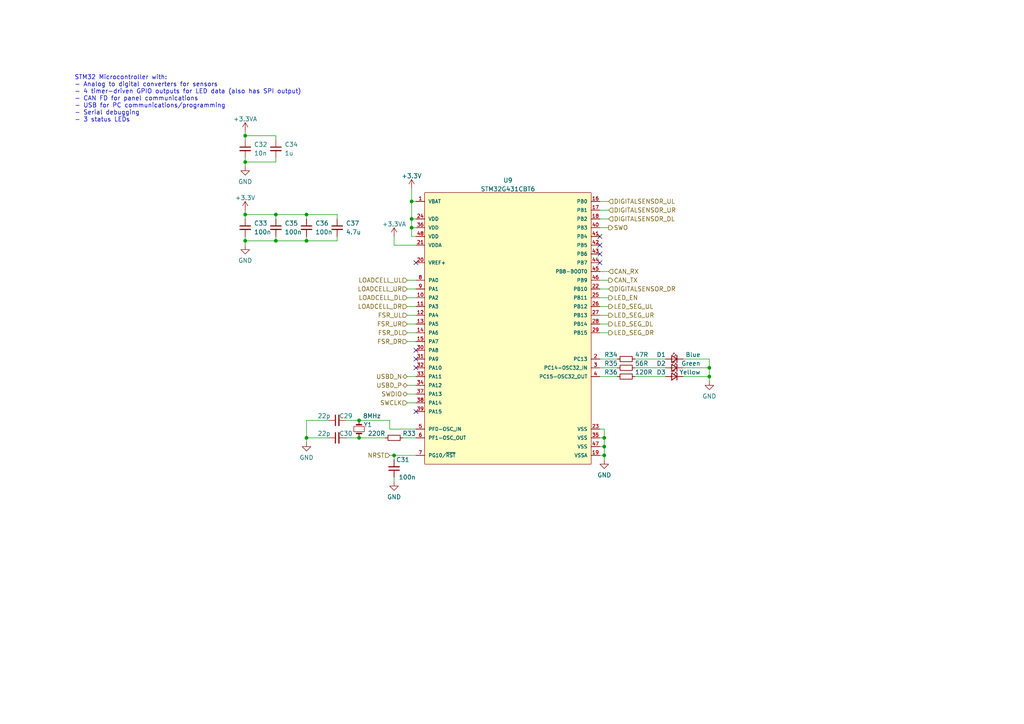
<source format=kicad_sch>
(kicad_sch (version 20211123) (generator eeschema)
  (paper "A4")
  (lib_symbols
    (symbol "Device:C_Small" (pin_numbers hide) (pin_names (offset 0.254) hide)
      (property "Reference" "C" (at 0.254 1.778 0))
      (property "Value" "C_Small" (at 0.254 -2.032 0))
      (symbol "C_Small_0_1"
        (polyline (pts (xy -1.524 -0.508) (xy 1.524 -0.508)) (stroke (width 0.3302)))
        (polyline (pts (xy -1.524 0.508) (xy 1.524 0.508)) (stroke (width 0.3048)))
      )
      (symbol "C_Small_1_1"
        (pin passive line (at 0 2.54 270) (length 2.032) (name "~") (number "1"))
        (pin passive line (at 0 -2.54 90) (length 2.032) (name "~") (number "2"))
      )
    )
    (symbol "Device:Crystal_Small" (pin_numbers hide) (pin_names (offset 1.016) hide)
      (property "Reference" "Y" (at 0 2.54 0))
      (property "Value" "Crystal_Small" (at 0 -2.54 0))
      (symbol "Crystal_Small_0_1"
        (rectangle (start -0.762 -1.524) (end 0.762 1.524))
        (polyline (pts (xy -1.27 -0.762) (xy -1.27 0.762)) (stroke (width 0.381)))
        (polyline (pts (xy 1.27 -0.762) (xy 1.27 0.762)) (stroke (width 0.381)))
      )
      (symbol "Crystal_Small_1_1"
        (pin passive line (at -2.54 0 0) (length 1.27) (name "1") (number "1"))
        (pin passive line (at 2.54 0 180) (length 1.27) (name "2") (number "2"))
      )
    )
    (symbol "Device:LED_Small" (pin_numbers hide) (pin_names (offset 0.254) hide)
      (property "Reference" "D" (at -1.27 3.175 0))
      (property "Value" "LED_Small" (at -4.445 -2.54 0))
      (symbol "LED_Small_0_1"
        (polyline (pts (xy -0.762 -1.016) (xy -0.762 1.016)) (stroke (width 0.254)))
        (polyline (pts (xy 1.016 0) (xy -0.762 0)))
        (polyline (pts (xy 0.762 -1.016) (xy -0.762 0) (xy 0.762 1.016) (xy 0.762 -1.016)) (stroke (width 0.254)))
        (polyline (pts (xy 0 0.762) (xy -0.508 1.27) (xy -0.254 1.27) (xy -0.508 1.27) (xy -0.508 1.016)))
        (polyline (pts (xy 0.508 1.27) (xy 0 1.778) (xy 0.254 1.778) (xy 0 1.778) (xy 0 1.524)))
      )
      (symbol "LED_Small_1_1"
        (pin passive line (at -2.54 0 0) (length 1.778) (name "K") (number "1"))
        (pin passive line (at 2.54 0 180) (length 1.778) (name "A") (number "2"))
      )
    )
    (symbol "Device:R_Small" (pin_numbers hide) (pin_names (offset 0.254) hide)
      (property "Reference" "R" (at 0.762 0.508 0))
      (property "Value" "R_Small" (at 0.762 -1.016 0))
      (symbol "R_Small_0_1"
        (rectangle (start -0.762 1.778) (end 0.762 -1.778) (stroke (width 0.2032)))
      )
      (symbol "R_Small_1_1"
        (pin passive line (at 0 2.54 270) (length 0.762) (name "~") (number "1"))
        (pin passive line (at 0 -2.54 90) (length 0.762) (name "~") (number "2"))
      )
    )
    (symbol "MCU:STM32G431CBT6" (pin_names (offset 1.016))
      (property "Reference" "U" (at 0 5.08 0))
      (property "Value" "STM32G431CBT6" (at 0 7.62 0))
      (symbol "STM32G431CBT6_1_1"
        (rectangle (start 5.08 2.54) (end 53.34 -76.2) (fill (type background)))
        (pin power_in line (at 2.54 0 0) (length 2.54) (name "VBAT") (number "1"))
        (pin bidirectional line (at 2.54 -27.94 0) (length 2.54) (name "PA2") (number "10"))
        (pin bidirectional line (at 2.54 -30.48 0) (length 2.54) (name "PA3") (number "11"))
        (pin bidirectional line (at 2.54 -33.02 0) (length 2.54) (name "PA4") (number "12"))
        (pin bidirectional line (at 2.54 -35.56 0) (length 2.54) (name "PA5") (number "13"))
        (pin bidirectional line (at 2.54 -38.1 0) (length 2.54) (name "PA6") (number "14"))
        (pin bidirectional line (at 2.54 -40.64 0) (length 2.54) (name "PA7") (number "15"))
        (pin bidirectional line (at 55.88 0 180) (length 2.54) (name "PB0") (number "16"))
        (pin bidirectional line (at 55.88 -2.54 180) (length 2.54) (name "PB1") (number "17"))
        (pin bidirectional line (at 55.88 -5.08 180) (length 2.54) (name "PB2") (number "18"))
        (pin power_in line (at 55.88 -73.66 180) (length 2.54) (name "VSSA") (number "19"))
        (pin bidirectional line (at 55.88 -45.72 180) (length 2.54) (name "PC13") (number "2"))
        (pin power_in line (at 2.54 -17.78 0) (length 2.54) (name "VREF+") (number "20"))
        (pin power_in line (at 2.54 -12.7 0) (length 2.54) (name "VDDA") (number "21"))
        (pin bidirectional line (at 55.88 -25.4 180) (length 2.54) (name "PB10") (number "22"))
        (pin power_in line (at 55.88 -66.04 180) (length 2.54) (name "VSS") (number "23"))
        (pin power_in line (at 2.54 -5.08 0) (length 2.54) (name "VDD") (number "24"))
        (pin bidirectional line (at 55.88 -27.94 180) (length 2.54) (name "PB11") (number "25"))
        (pin bidirectional line (at 55.88 -30.48 180) (length 2.54) (name "PB12") (number "26"))
        (pin bidirectional line (at 55.88 -33.02 180) (length 2.54) (name "PB13") (number "27"))
        (pin bidirectional line (at 55.88 -35.56 180) (length 2.54) (name "PB14") (number "28"))
        (pin bidirectional line (at 55.88 -38.1 180) (length 2.54) (name "PB15") (number "29"))
        (pin bidirectional line (at 55.88 -48.26 180) (length 2.54) (name "PC14-OSC32_IN") (number "3"))
        (pin bidirectional line (at 2.54 -43.18 0) (length 2.54) (name "PA8") (number "30"))
        (pin bidirectional line (at 2.54 -45.72 0) (length 2.54) (name "PA9") (number "31"))
        (pin bidirectional line (at 2.54 -48.26 0) (length 2.54) (name "PA10") (number "32"))
        (pin bidirectional line (at 2.54 -50.8 0) (length 2.54) (name "PA11") (number "33"))
        (pin bidirectional line (at 2.54 -53.34 0) (length 2.54) (name "PA12") (number "34"))
        (pin power_in line (at 55.88 -68.58 180) (length 2.54) (name "VSS") (number "35"))
        (pin power_in line (at 2.54 -7.62 0) (length 2.54) (name "VDD") (number "36"))
        (pin bidirectional line (at 2.54 -55.88 0) (length 2.54) (name "PA13") (number "37"))
        (pin bidirectional line (at 2.54 -58.42 0) (length 2.54) (name "PA14") (number "38"))
        (pin bidirectional line (at 2.54 -60.96 0) (length 2.54) (name "PA15") (number "39"))
        (pin bidirectional line (at 55.88 -50.8 180) (length 2.54) (name "PC15-OSC32_OUT") (number "4"))
        (pin bidirectional line (at 55.88 -7.62 180) (length 2.54) (name "PB3") (number "40"))
        (pin bidirectional line (at 55.88 -10.16 180) (length 2.54) (name "PB4") (number "41"))
        (pin bidirectional line (at 55.88 -12.7 180) (length 2.54) (name "PB5") (number "42"))
        (pin bidirectional line (at 55.88 -15.24 180) (length 2.54) (name "PB6") (number "43"))
        (pin bidirectional line (at 55.88 -17.78 180) (length 2.54) (name "PB7") (number "44"))
        (pin bidirectional line (at 55.88 -20.32 180) (length 2.54) (name "PB8-BOOT0") (number "45"))
        (pin bidirectional line (at 55.88 -22.86 180) (length 2.54) (name "PB9") (number "46"))
        (pin power_in line (at 55.88 -71.12 180) (length 2.54) (name "VSS") (number "47"))
        (pin power_in line (at 2.54 -10.16 0) (length 2.54) (name "VDD") (number "48"))
        (pin bidirectional line (at 2.54 -66.04 0) (length 2.54) (name "PF0-OSC_IN") (number "5"))
        (pin bidirectional line (at 2.54 -68.58 0) (length 2.54) (name "PF1-OSC_OUT") (number "6"))
        (pin bidirectional line (at 2.54 -73.66 0) (length 2.54) (name "PG10/~{RST}") (number "7"))
        (pin bidirectional line (at 2.54 -22.86 0) (length 2.54) (name "PA0") (number "8"))
        (pin bidirectional line (at 2.54 -25.4 0) (length 2.54) (name "PA1") (number "9"))
      )
    )
    (symbol "power:+3.3V" (power) (pin_numbers hide) (pin_names (offset 0) hide)
      (property "Value" "+3.3V" (at 0 3.556 0))
      (symbol "+3.3V_0_1"
        (polyline (pts (xy -0.762 1.27) (xy 0 2.54)))
        (polyline (pts (xy 0 0) (xy 0 2.54)))
        (polyline (pts (xy 0 2.54) (xy 0.762 1.27)))
      )
      (symbol "+3.3V_1_1"
        (pin power_in line (at 0 0 90) (length 0) hide (name "+3.3V") (number "1"))
      )
    )
    (symbol "power:+3.3VA" (power) (pin_numbers hide) (pin_names (offset 0) hide)
      (property "Value" "+3.3VA" (at 0 3.556 0))
      (symbol "+3.3VA_0_1"
        (polyline (pts (xy -0.762 1.27) (xy 0 2.54)))
        (polyline (pts (xy 0 0) (xy 0 2.54)))
        (polyline (pts (xy 0 2.54) (xy 0.762 1.27)))
      )
      (symbol "+3.3VA_1_1"
        (pin power_in line (at 0 0 90) (length 0) hide (name "+3.3VA") (number "1"))
      )
    )
    (symbol "power:GND" (power) (pin_numbers hide) (pin_names (offset 0) hide)
      (property "Value" "GND" (at 0 -3.81 0))
      (symbol "GND_0_1"
        (polyline (pts (xy 0 0) (xy 0 -1.27) (xy 1.27 -1.27) (xy 0 -2.54) (xy -1.27 -1.27) (xy 0 -1.27)))
      )
      (symbol "GND_1_1"
        (pin power_in line (at 0 0 270) (length 0) hide (name "GND") (number "1"))
      )
    )
  )
  (junction (at 88.9 62.23))
  (junction (at 104.14 127))
  (junction (at 88.9 69.85))
  (junction (at 71.12 69.85))
  (junction (at 80.01 69.85))
  (junction (at 114.3 132.08))
  (junction (at 175.26 127))
  (junction (at 205.74 106.68))
  (junction (at 175.26 132.08))
  (junction (at 88.9 127))
  (junction (at 71.12 46.99))
  (junction (at 175.26 129.54))
  (junction (at 71.12 39.37))
  (junction (at 80.01 62.23))
  (junction (at 119.38 66.04))
  (junction (at 104.14 121.92))
  (junction (at 119.38 58.42))
  (junction (at 205.74 109.22))
  (junction (at 71.12 62.23))
  (junction (at 119.38 63.5))
  (no_connect (at 120.65 119.38))
  (no_connect (at 173.99 73.66))
  (no_connect (at 173.99 76.2))
  (no_connect (at 173.99 71.12))
  (no_connect (at 173.99 68.58))
  (no_connect (at 120.65 101.6))
  (no_connect (at 120.65 104.14))
  (no_connect (at 120.65 106.68))
  (no_connect (at 120.65 76.2))
  (wire (pts (xy 119.38 63.5) (xy 119.38 66.04)))
  (wire (pts (xy 118.11 88.9) (xy 120.65 88.9)))
  (wire (pts (xy 176.53 81.28) (xy 173.99 81.28)))
  (wire (pts (xy 119.38 63.5) (xy 120.65 63.5)))
  (wire (pts (xy 88.9 127) (xy 88.9 128.27)))
  (wire (pts (xy 118.11 86.36) (xy 120.65 86.36)))
  (wire (pts (xy 173.99 96.52) (xy 176.53 96.52)))
  (wire (pts (xy 179.07 104.14) (xy 173.99 104.14)))
  (wire (pts (xy 118.11 91.44) (xy 120.65 91.44)))
  (wire (pts (xy 88.9 127) (xy 95.25 127)))
  (wire (pts (xy 119.38 58.42) (xy 120.65 58.42)))
  (wire (pts (xy 173.99 127) (xy 175.26 127)))
  (wire (pts (xy 71.12 38.1) (xy 71.12 39.37)))
  (wire (pts (xy 71.12 45.72) (xy 71.12 46.99)))
  (wire (pts (xy 71.12 60.96) (xy 71.12 62.23)))
  (wire (pts (xy 71.12 46.99) (xy 80.01 46.99)))
  (wire (pts (xy 104.14 121.92) (xy 113.03 121.92)))
  (wire (pts (xy 80.01 68.58) (xy 80.01 69.85)))
  (wire (pts (xy 118.11 96.52) (xy 120.65 96.52)))
  (wire (pts (xy 71.12 69.85) (xy 71.12 71.12)))
  (wire (pts (xy 175.26 133.35) (xy 175.26 132.08)))
  (wire (pts (xy 88.9 121.92) (xy 88.9 127)))
  (wire (pts (xy 193.04 106.68) (xy 184.15 106.68)))
  (wire (pts (xy 71.12 46.99) (xy 71.12 48.26)))
  (wire (pts (xy 119.38 54.61) (xy 119.38 58.42)))
  (wire (pts (xy 176.53 86.36) (xy 173.99 86.36)))
  (wire (pts (xy 113.03 121.92) (xy 113.03 124.46)))
  (wire (pts (xy 100.33 121.92) (xy 104.14 121.92)))
  (wire (pts (xy 114.3 132.08) (xy 120.65 132.08)))
  (wire (pts (xy 118.11 116.84) (xy 120.65 116.84)))
  (wire (pts (xy 80.01 39.37) (xy 71.12 39.37)))
  (wire (pts (xy 119.38 66.04) (xy 119.38 68.58)))
  (wire (pts (xy 205.74 106.68) (xy 198.12 106.68)))
  (wire (pts (xy 88.9 69.85) (xy 97.79 69.85)))
  (wire (pts (xy 97.79 68.58) (xy 97.79 69.85)))
  (wire (pts (xy 118.11 81.28) (xy 120.65 81.28)))
  (wire (pts (xy 119.38 58.42) (xy 119.38 63.5)))
  (wire (pts (xy 95.25 121.92) (xy 88.9 121.92)))
  (wire (pts (xy 80.01 62.23) (xy 88.9 62.23)))
  (wire (pts (xy 173.99 58.42) (xy 176.53 58.42)))
  (wire (pts (xy 205.74 104.14) (xy 205.74 106.68)))
  (wire (pts (xy 80.01 46.99) (xy 80.01 45.72)))
  (wire (pts (xy 80.01 69.85) (xy 88.9 69.85)))
  (wire (pts (xy 80.01 40.64) (xy 80.01 39.37)))
  (wire (pts (xy 118.11 83.82) (xy 120.65 83.82)))
  (wire (pts (xy 193.04 104.14) (xy 184.15 104.14)))
  (wire (pts (xy 88.9 62.23) (xy 97.79 62.23)))
  (wire (pts (xy 114.3 71.12) (xy 114.3 68.58)))
  (wire (pts (xy 176.53 93.98) (xy 173.99 93.98)))
  (wire (pts (xy 175.26 127) (xy 175.26 129.54)))
  (wire (pts (xy 80.01 62.23) (xy 80.01 63.5)))
  (wire (pts (xy 175.26 124.46) (xy 175.26 127)))
  (wire (pts (xy 71.12 62.23) (xy 80.01 62.23)))
  (wire (pts (xy 119.38 68.58) (xy 120.65 68.58)))
  (wire (pts (xy 88.9 68.58) (xy 88.9 69.85)))
  (wire (pts (xy 176.53 88.9) (xy 173.99 88.9)))
  (wire (pts (xy 120.65 71.12) (xy 114.3 71.12)))
  (wire (pts (xy 71.12 68.58) (xy 71.12 69.85)))
  (wire (pts (xy 88.9 62.23) (xy 88.9 63.5)))
  (wire (pts (xy 97.79 62.23) (xy 97.79 63.5)))
  (wire (pts (xy 71.12 63.5) (xy 71.12 62.23)))
  (wire (pts (xy 119.38 66.04) (xy 120.65 66.04)))
  (wire (pts (xy 179.07 109.22) (xy 173.99 109.22)))
  (wire (pts (xy 173.99 60.96) (xy 176.53 60.96)))
  (wire (pts (xy 205.74 109.22) (xy 205.74 110.49)))
  (wire (pts (xy 173.99 83.82) (xy 176.53 83.82)))
  (wire (pts (xy 114.3 133.35) (xy 114.3 132.08)))
  (wire (pts (xy 176.53 66.04) (xy 173.99 66.04)))
  (wire (pts (xy 198.12 104.14) (xy 205.74 104.14)))
  (wire (pts (xy 116.84 127) (xy 120.65 127)))
  (wire (pts (xy 205.74 109.22) (xy 198.12 109.22)))
  (wire (pts (xy 114.3 138.43) (xy 114.3 139.7)))
  (wire (pts (xy 118.11 109.22) (xy 120.65 109.22)))
  (wire (pts (xy 71.12 69.85) (xy 80.01 69.85)))
  (wire (pts (xy 118.11 99.06) (xy 120.65 99.06)))
  (wire (pts (xy 71.12 39.37) (xy 71.12 40.64)))
  (wire (pts (xy 205.74 106.68) (xy 205.74 109.22)))
  (wire (pts (xy 173.99 129.54) (xy 175.26 129.54)))
  (wire (pts (xy 113.03 124.46) (xy 120.65 124.46)))
  (wire (pts (xy 175.26 129.54) (xy 175.26 132.08)))
  (wire (pts (xy 173.99 63.5) (xy 176.53 63.5)))
  (wire (pts (xy 176.53 78.74) (xy 173.99 78.74)))
  (wire (pts (xy 179.07 106.68) (xy 173.99 106.68)))
  (wire (pts (xy 104.14 127) (xy 111.76 127)))
  (wire (pts (xy 175.26 132.08) (xy 173.99 132.08)))
  (wire (pts (xy 173.99 124.46) (xy 175.26 124.46)))
  (wire (pts (xy 118.11 93.98) (xy 120.65 93.98)))
  (wire (pts (xy 118.11 111.76) (xy 120.65 111.76)))
  (wire (pts (xy 100.33 127) (xy 104.14 127)))
  (wire (pts (xy 193.04 109.22) (xy 184.15 109.22)))
  (wire (pts (xy 113.03 132.08) (xy 114.3 132.08)))
  (wire (pts (xy 118.11 114.3) (xy 120.65 114.3)))
  (wire (pts (xy 176.53 91.44) (xy 173.99 91.44)))
  (text "STM32 Microcontroller with:\n- Analog to digital converters for sensors\n- 4 timer-driven GPIO outputs for LED data (also has SPI output)\n- CAN FD for panel communications\n- USB for PC communications/programming\n- Serial debugging\n- 3 status LEDs" (at 21.59 35.56 0) (effects (font (size 1.27 1.27)) (justify left bottom)))
  (hierarchical_label "FSR_UR" (shape input) (at 118.11 93.98 180))
  (hierarchical_label "USBD_N" (shape bidirectional) (at 118.11 109.22 180))
  (hierarchical_label "FSR_DR" (shape input) (at 118.11 99.06 180))
  (hierarchical_label "NRST" (shape input) (at 113.03 132.08 180))
  (hierarchical_label "CAN_TX" (shape output) (at 176.53 81.28 0))
  (hierarchical_label "USBD_P" (shape bidirectional) (at 118.11 111.76 180))
  (hierarchical_label "LOADCELL_UL" (shape input) (at 118.11 81.28 180))
  (hierarchical_label "LOADCELL_UR" (shape input) (at 118.11 83.82 180))
  (hierarchical_label "DIGITALSENSOR_DL" (shape input) (at 176.53 63.5 0))
  (hierarchical_label "LED_SEG_UL" (shape output) (at 176.53 88.9 0))
  (hierarchical_label "LED_EN" (shape output) (at 176.53 86.36 0))
  (hierarchical_label "CAN_RX" (shape input) (at 176.53 78.74 0))
  (hierarchical_label "LOADCELL_DL" (shape input) (at 118.11 86.36 180))
  (hierarchical_label "DIGITALSENSOR_UR" (shape input) (at 176.53 60.96 0))
  (hierarchical_label "DIGITALSENSOR_DR" (shape input) (at 176.53 83.82 0))
  (hierarchical_label "SWDIO" (shape bidirectional) (at 118.11 114.3 180))
  (hierarchical_label "LED_SEG_UR" (shape output) (at 176.53 91.44 0))
  (hierarchical_label "SWO" (shape output) (at 176.53 66.04 0))
  (hierarchical_label "SWCLK" (shape input) (at 118.11 116.84 180))
  (hierarchical_label "DIGITALSENSOR_UL" (shape input) (at 176.53 58.42 0))
  (hierarchical_label "LED_SEG_DL" (shape output) (at 176.53 93.98 0))
  (hierarchical_label "LED_SEG_DR" (shape output) (at 176.53 96.52 0))
  (hierarchical_label "FSR_DL" (shape input) (at 118.11 96.52 180))
  (hierarchical_label "LOADCELL_DR" (shape input) (at 118.11 88.9 180))
  (hierarchical_label "FSR_UL" (shape input) (at 118.11 91.44 180))
  (symbol (lib_id "Device:C_Small") (at 71.12 43.18 0) (unit 1)
    (property "Reference" "C32" (at 73.66 41.91 0) (effects (justify left)))
    (property "Value" "10n" (at 73.66 44.45 0) (effects (justify left)))
    (property "Footprint" "Capacitor_SMD:C_0603_1608Metric" (effects hide))
  )
  (symbol (lib_id "MCU:STM32G431CBT6") (at 118.11 58.42 0) (unit 1)
    (property "Reference" "U9" (at 147.32 52.3072 0))
    (property "Value" "STM32G431CBT6" (at 147.32 54.8441 0))
    (property "Footprint" "Package_QFP:LQFP-48_7x7mm_P0.5mm" (effects hide))
    (property "Datasheet" "https://www.st.com/resource/en/datasheet/stm32g431cb.pdf" (effects hide))
    (property "RAM size" "32KBytes" (effects hide))
    (property "ambient temperature range high" "+85°C" (effects hide))
    (property "ambient temperature range low" "-40°C" (effects hide))
    (property "automotive" "No" (effects hide))
    (property "category" "IC" (effects hide))
    (property "core architecture" "Arm Cortex-M4" (effects hide))
    (property "data bus width" "32bits" (effects hide))
    (property "device class L1" "Integrated Circuits (ICs)" (effects hide))
    (property "device class L2" "Embedded Processors and Controllers" (effects hide))
    (property "device class L3" "Microcontrollers" (effects hide))
    (property "digikey description" "MAINSTREAM ARM CORTEX-M4+ MCU 17" (effects hide))
    (property "digikey part number" "497-19473-ND" (effects hide))
    (property "frequency" "170MHz" (effects hide))
    (property "height" "1.6mm" (effects hide))
    (property "interface" "I2C,SPI,UART,USART,CAN,USB,LIN,IrDA,I2S" (effects hide))
    (property "lead free" "Yes" (effects hide))
    (property "library id" "ab40fe06b39d1fa1" (effects hide))
    (property "manufacturer" "STMicroelectronics" (effects hide))
    (property "max junction temp" "+105°C" (effects hide))
    (property "max supply voltage" "3.6V" (effects hide))
    (property "memory size" "128KBytes" (effects hide))
    (property "memory type" "FLASH" (effects hide))
    (property "min supply voltage" "1.62V" (effects hide))
    (property "mouser part number" "511-STM32G431CBT6" (effects hide))
    (property "number of A/D converters" "1" (effects hide))
    (property "number of ADC channels" "17" (effects hide))
    (property "number of I/Os" "38" (effects hide))
    (property "number of I2C channels" "3" (effects hide))
    (property "number of PWM channels" "31" (effects hide))
    (property "number of SPI channels" "3" (effects hide))
    (property "number of UART channels" "4" (effects hide))
    (property "number of USB channels" "1" (effects hide))
    (property "number of cores" "1" (effects hide))
    (property "number of timers/counters" "14" (effects hide))
    (property "package" "LQFP48" (effects hide))
    (property "rohs" "Yes" (effects hide))
    (property "standoff height" "0.05mm" (effects hide))
    (property "temperature range high" "+85°C" (effects hide))
    (property "temperature range low" "-40°C" (effects hide))
  )
  (symbol (lib_id "Device:R_Small") (at 114.3 127 90) (unit 1)
    (property "Reference" "R33" (at 120.65 125.73 90) (effects (justify left)))
    (property "Value" "220R" (at 111.76 125.73 90) (effects (justify left)))
    (property "Footprint" "Resistor_SMD:R_0603_1608Metric" (effects hide))
  )
  (symbol (lib_id "Device:C_Small") (at 97.79 66.04 0) (unit 1)
    (property "Reference" "C37" (at 100.33 64.77 0) (effects (justify left)))
    (property "Value" "4.7u" (at 100.33 67.31 0) (effects (justify left)))
    (property "Footprint" "Capacitor_SMD:C_0603_1608Metric" (effects hide))
  )
  (symbol (lib_id "Device:C_Small") (at 80.01 43.18 0) (unit 1)
    (property "Reference" "C34" (at 82.55 41.91 0) (effects (justify left)))
    (property "Value" "1u" (at 82.55 44.45 0) (effects (justify left)))
    (property "Footprint" "Capacitor_SMD:C_0603_1608Metric" (effects hide))
  )
  (symbol (lib_id "Device:Crystal_Small") (at 104.14 124.46 90) (unit 1)
    (property "Reference" "Y1" (at 107.95 123.19 90) (effects (justify left)))
    (property "Value" "8MHz" (at 110.49 120.65 90) (effects (justify left)))
    (property "Footprint" "Crystal:Crystal_SMD_5032-2Pin_5.0x3.2mm" (effects hide))
  )
  (symbol (lib_id "power:GND") (at 71.12 71.12 0) (unit 1)
    (property "Reference" "#PWR081" (effects hide))
    (property "Value" "GND" (at 71.12 75.5634 0))
  )
  (symbol (lib_id "Device:R_Small") (at 181.61 104.14 270) (mirror x) (unit 1)
    (property "Reference" "R34" (at 175.26 102.87 90) (effects (justify left)))
    (property "Value" "47R" (at 184.15 102.87 90) (effects (justify left)))
    (property "Footprint" "Resistor_SMD:R_0603_1608Metric" (effects hide))
  )
  (symbol (lib_id "Device:C_Small") (at 97.79 121.92 90) (unit 1)
    (property "Reference" "C29" (at 100.33 120.65 90))
    (property "Value" "22p" (at 93.98 120.65 90))
    (property "Footprint" "Capacitor_SMD:C_0603_1608Metric" (effects hide))
  )
  (symbol (lib_id "power:+3.3V") (at 119.38 54.61 0) (unit 1)
    (property "Reference" "#PWR076" (effects hide))
    (property "Value" "+3.3V" (at 119.38 51.0342 0))
  )
  (symbol (lib_id "power:GND") (at 71.12 48.26 0) (unit 1)
    (property "Reference" "#PWR079" (effects hide))
    (property "Value" "GND" (at 71.12 52.7034 0))
  )
  (symbol (lib_id "power:+3.3VA") (at 114.3 68.58 0) (unit 1)
    (property "Reference" "#PWR074" (effects hide))
    (property "Value" "+3.3VA" (at 114.3 65.0042 0))
  )
  (symbol (lib_id "Device:R_Small") (at 181.61 109.22 270) (mirror x) (unit 1)
    (property "Reference" "R36" (at 175.26 107.95 90) (effects (justify left)))
    (property "Value" "120R" (at 184.15 107.95 90) (effects (justify left)))
    (property "Footprint" "Resistor_SMD:R_0603_1608Metric" (effects hide))
  )
  (symbol (lib_id "Device:C_Small") (at 88.9 66.04 0) (unit 1)
    (property "Reference" "C36" (at 91.44 64.77 0) (effects (justify left)))
    (property "Value" "100n" (at 91.44 67.31 0) (effects (justify left)))
    (property "Footprint" "Capacitor_SMD:C_0603_1608Metric" (effects hide))
  )
  (symbol (lib_id "power:+3.3VA") (at 71.12 38.1 0) (unit 1)
    (property "Reference" "#PWR078" (effects hide))
    (property "Value" "+3.3VA" (at 71.12 34.5242 0))
  )
  (symbol (lib_id "Device:C_Small") (at 80.01 66.04 0) (unit 1)
    (property "Reference" "C35" (at 82.55 64.77 0) (effects (justify left)))
    (property "Value" "100n" (at 82.55 67.31 0) (effects (justify left)))
    (property "Footprint" "Capacitor_SMD:C_0603_1608Metric" (effects hide))
  )
  (symbol (lib_id "power:+3.3V") (at 71.12 60.96 0) (unit 1)
    (property "Reference" "#PWR080" (effects hide))
    (property "Value" "+3.3V" (at 71.12 57.3842 0))
  )
  (symbol (lib_id "Device:LED_Small") (at 195.58 104.14 0) (mirror y) (unit 1)
    (property "Reference" "D1" (at 191.77 102.87 0))
    (property "Value" "Blue" (at 203.2 102.87 0) (effects (justify left)))
    (property "Footprint" "LED_SMD:LED_0603_1608Metric" (effects hide))
  )
  (symbol (lib_id "Device:C_Small") (at 71.12 66.04 0) (unit 1)
    (property "Reference" "C33" (at 73.66 64.77 0) (effects (justify left)))
    (property "Value" "100n" (at 73.66 67.31 0) (effects (justify left)))
    (property "Footprint" "Capacitor_SMD:C_0603_1608Metric" (effects hide))
  )
  (symbol (lib_id "Device:LED_Small") (at 195.58 109.22 0) (mirror y) (unit 1)
    (property "Reference" "D3" (at 191.77 107.95 0))
    (property "Value" "Yellow" (at 203.2 107.95 0) (effects (justify left)))
    (property "Footprint" "LED_SMD:LED_0603_1608Metric" (effects hide))
  )
  (symbol (lib_id "power:GND") (at 205.74 110.49 0) (unit 1)
    (property "Reference" "#PWR094" (effects hide))
    (property "Value" "GND" (at 205.74 114.9334 0))
  )
  (symbol (lib_id "Device:R_Small") (at 181.61 106.68 270) (mirror x) (unit 1)
    (property "Reference" "R35" (at 175.26 105.41 90) (effects (justify left)))
    (property "Value" "56R" (at 184.15 105.41 90) (effects (justify left)))
    (property "Footprint" "Resistor_SMD:R_0603_1608Metric" (effects hide))
  )
  (symbol (lib_id "Device:C_Small") (at 114.3 135.89 180) (unit 1)
    (property "Reference" "C31" (at 116.84 133.35 0))
    (property "Value" "100n" (at 118.11 138.43 0))
    (property "Footprint" "Capacitor_SMD:C_0603_1608Metric" (effects hide))
  )
  (symbol (lib_id "power:GND") (at 175.26 133.35 0) (unit 1)
    (property "Reference" "#PWR077" (effects hide))
    (property "Value" "GND" (at 175.26 137.7934 0))
  )
  (symbol (lib_id "Device:C_Small") (at 97.79 127 90) (unit 1)
    (property "Reference" "C30" (at 100.33 125.73 90))
    (property "Value" "22p" (at 93.98 125.73 90))
    (property "Footprint" "Capacitor_SMD:C_0603_1608Metric" (effects hide))
  )
  (symbol (lib_id "power:GND") (at 88.9 128.27 0) (unit 1)
    (property "Reference" "#PWR073" (effects hide))
    (property "Value" "GND" (at 88.9 132.7134 0))
  )
  (symbol (lib_id "power:GND") (at 114.3 139.7 0) (unit 1)
    (property "Reference" "#PWR075" (effects hide))
    (property "Value" "GND" (at 114.3 144.1434 0))
  )
  (symbol (lib_id "Device:LED_Small") (at 195.58 106.68 0) (mirror y) (unit 1)
    (property "Reference" "D2" (at 191.77 105.41 0))
    (property "Value" "Green" (at 203.2 105.41 0) (effects (justify left)))
    (property "Footprint" "LED_SMD:LED_0603_1608Metric" (effects hide))
  )
)
</source>
